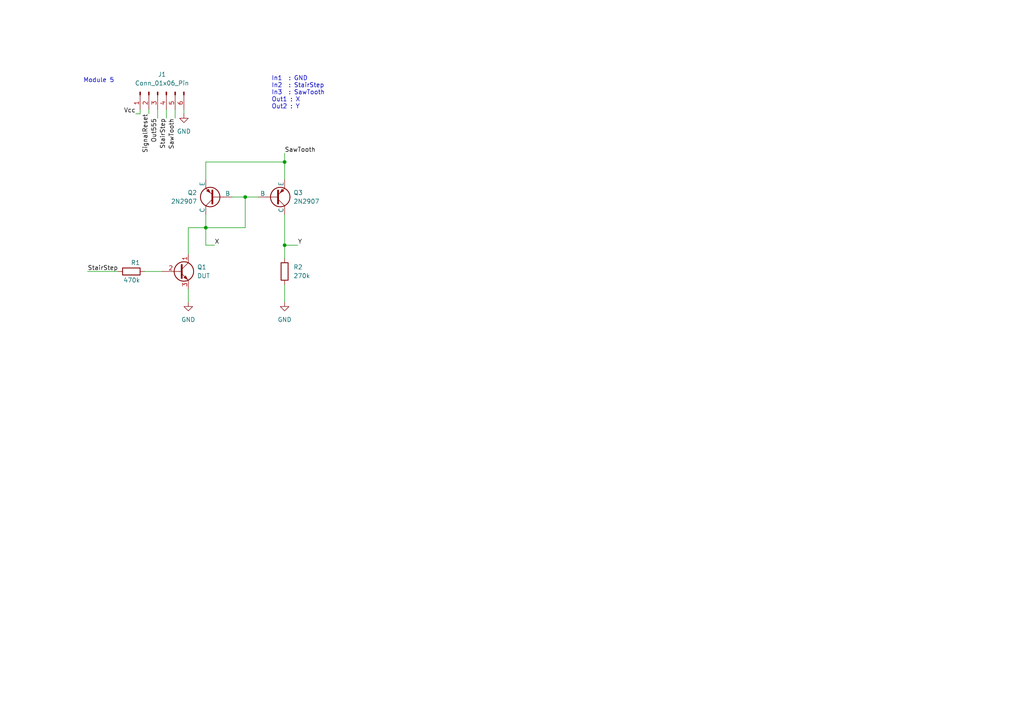
<source format=kicad_sch>
(kicad_sch (version 20230121) (generator eeschema)
  (paper "A4")
  (lib_symbols
    (symbol "Connector:Conn_01x06_Pin" (pin_names (offset 1.016) hide)
      (property "Reference" "J" (at 0 7.62 0))
      (property "Value" "Conn_01x06_Pin" (at 0 -10.16 0))
      (symbol "Conn_01x06_Pin_1_1"
        (polyline (pts (xy 1.27 -7.62) (xy 0.8636 -7.62)) (stroke (width 0.1524)))
        (polyline (pts (xy 1.27 -5.08) (xy 0.8636 -5.08)) (stroke (width 0.1524)))
        (polyline (pts (xy 1.27 -2.54) (xy 0.8636 -2.54)) (stroke (width 0.1524)))
        (polyline (pts (xy 1.27 0) (xy 0.8636 0)) (stroke (width 0.1524)))
        (polyline (pts (xy 1.27 2.54) (xy 0.8636 2.54)) (stroke (width 0.1524)))
        (polyline (pts (xy 1.27 5.08) (xy 0.8636 5.08)) (stroke (width 0.1524)))
        (rectangle (start 0.8636 -7.493) (end 0 -7.747) (stroke (width 0.1524)) (fill (type outline)))
        (rectangle (start 0.8636 -4.953) (end 0 -5.207) (stroke (width 0.1524)) (fill (type outline)))
        (rectangle (start 0.8636 -2.413) (end 0 -2.667) (stroke (width 0.1524)) (fill (type outline)))
        (rectangle (start 0.8636 0.127) (end 0 -0.127) (stroke (width 0.1524)) (fill (type outline)))
        (rectangle (start 0.8636 2.667) (end 0 2.413) (stroke (width 0.1524)) (fill (type outline)))
        (rectangle (start 0.8636 5.207) (end 0 4.953) (stroke (width 0.1524)) (fill (type outline)))
        (pin passive line (at 5.08 5.08 180) (length 3.81) (name "Pin_1") (number "1"))
        (pin passive line (at 5.08 2.54 180) (length 3.81) (name "Pin_2") (number "2"))
        (pin passive line (at 5.08 0 180) (length 3.81) (name "Pin_3") (number "3"))
        (pin passive line (at 5.08 -2.54 180) (length 3.81) (name "Pin_4") (number "4"))
        (pin passive line (at 5.08 -5.08 180) (length 3.81) (name "Pin_5") (number "5"))
        (pin passive line (at 5.08 -7.62 180) (length 3.81) (name "Pin_6") (number "6"))
      )
    )
    (symbol "Device:R" (pin_numbers hide) (pin_names (offset 0))
      (property "Reference" "R" (at 2.032 0 90))
      (property "Value" "R" (at 0 0 90))
      (symbol "R_0_1"
        (rectangle (start -1.016 -2.54) (end 1.016 2.54) (stroke (width 0.254)))
      )
      (symbol "R_1_1"
        (pin passive line (at 0 3.81 270) (length 1.27) (name "~") (number "1"))
        (pin passive line (at 0 -3.81 90) (length 1.27) (name "~") (number "2"))
      )
    )
    (symbol "Simulation_SPICE:PNP" (pin_numbers hide) (pin_names (offset 0))
      (property "Reference" "Q" (at -2.54 7.62 0))
      (property "Value" "PNP" (at -2.54 5.08 0))
      (symbol "PNP_0_1"
        (polyline (pts (xy -2.54 0) (xy 0.635 0)) (stroke (width 0.1524)))
        (polyline (pts (xy 0.635 0.635) (xy 2.54 2.54)))
        (polyline (pts (xy 0.635 -0.635) (xy 2.54 -2.54) (xy 2.54 -2.54)))
        (polyline (pts (xy 0.635 1.905) (xy 0.635 -1.905) (xy 0.635 -1.905)) (stroke (width 0.508)))
        (polyline (pts (xy 2.286 -1.778) (xy 1.778 -2.286) (xy 1.27 -1.27) (xy 2.286 -1.778) (xy 2.286 -1.778)) (fill (type outline)))
        (circle (center 1.27 0) (radius 2.8194) (stroke (width 0.254)))
      )
      (symbol "PNP_1_1"
        (pin open_collector line (at 2.54 5.08 270) (length 2.54) (name "C") (number "1"))
        (pin input line (at -5.08 0 0) (length 2.54) (name "B") (number "2"))
        (pin open_emitter line (at 2.54 -5.08 90) (length 2.54) (name "E") (number "3"))
      )
    )
    (symbol "Transistor_BJT:BC547" (pin_names (offset 0) hide)
      (property "Reference" "Q" (at 5.08 1.905 0))
      (property "Value" "BC547" (at 5.08 0 0))
      (symbol "BC547_0_1"
        (polyline (pts (xy 0 0) (xy 0.635 0)))
        (polyline (pts (xy 0.635 0.635) (xy 2.54 2.54)))
        (polyline (pts (xy 0.635 -0.635) (xy 2.54 -2.54) (xy 2.54 -2.54)))
        (polyline (pts (xy 0.635 1.905) (xy 0.635 -1.905) (xy 0.635 -1.905)) (stroke (width 0.508)))
        (polyline (pts (xy 1.27 -1.778) (xy 1.778 -1.27) (xy 2.286 -2.286) (xy 1.27 -1.778) (xy 1.27 -1.778)) (fill (type outline)))
        (circle (center 1.27 0) (radius 2.8194) (stroke (width 0.254)))
      )
      (symbol "BC547_1_1"
        (pin passive line (at 2.54 5.08 270) (length 2.54) (name "C") (number "1"))
        (pin input line (at -5.08 0 0) (length 5.08) (name "B") (number "2"))
        (pin passive line (at 2.54 -5.08 90) (length 2.54) (name "E") (number "3"))
      )
    )
    (symbol "power:GND" (power) (pin_names (offset 0))
      (property "Value" "GND" (at 0 -3.81 0))
      (symbol "GND_0_1"
        (polyline (pts (xy 0 0) (xy 0 -1.27) (xy 1.27 -1.27) (xy 0 -2.54) (xy -1.27 -1.27) (xy 0 -1.27)))
      )
      (symbol "GND_1_1"
        (pin power_in line (at 0 0 270) (length 0) hide (name "GND") (number "1"))
      )
    )
  )
  (junction (at 71.12 57.15))
  (junction (at 82.55 46.99))
  (junction (at 59.69 66.04))
  (junction (at 82.55 71.12))
  (wire (pts (xy 82.55 71.12) (xy 86.36 71.12)))
  (wire (pts (xy 82.55 62.23) (xy 82.55 71.12)))
  (wire (pts (xy 82.55 71.12) (xy 82.55 74.93)))
  (wire (pts (xy 59.69 62.23) (xy 59.69 66.04)))
  (wire (pts (xy 62.23 71.12) (xy 59.69 71.12)))
  (wire (pts (xy 59.69 52.07) (xy 59.69 46.99)))
  (wire (pts (xy 59.69 66.04) (xy 71.12 66.04)))
  (wire (pts (xy 43.18 31.75) (xy 43.18 33.02)))
  (wire (pts (xy 40.64 33.02) (xy 39.37 33.02)))
  (wire (pts (xy 40.64 31.75) (xy 40.64 33.02)))
  (wire (pts (xy 25.4 78.74) (xy 34.29 78.74)))
  (wire (pts (xy 74.93 57.15) (xy 71.12 57.15)))
  (wire (pts (xy 59.69 46.99) (xy 82.55 46.99)))
  (wire (pts (xy 82.55 46.99) (xy 82.55 52.07)))
  (wire (pts (xy 41.91 78.74) (xy 46.99 78.74)))
  (wire (pts (xy 54.61 73.66) (xy 54.61 66.04)))
  (wire (pts (xy 53.34 31.75) (xy 53.34 33.02)))
  (wire (pts (xy 82.55 44.45) (xy 82.55 46.99)))
  (wire (pts (xy 54.61 66.04) (xy 59.69 66.04)))
  (wire (pts (xy 67.31 57.15) (xy 71.12 57.15)))
  (wire (pts (xy 45.72 31.75) (xy 45.72 34.29)))
  (wire (pts (xy 82.55 82.55) (xy 82.55 87.63)))
  (wire (pts (xy 48.26 31.75) (xy 48.26 34.29)))
  (wire (pts (xy 54.61 83.82) (xy 54.61 87.63)))
  (wire (pts (xy 50.8 31.75) (xy 50.8 34.29)))
  (wire (pts (xy 71.12 57.15) (xy 71.12 66.04)))
  (wire (pts (xy 59.69 66.04) (xy 59.69 71.12)))
  (text "In1  : GND\nIn2  : StairStep\nIn3  : SawTooth\nOut1 : X\nOut2 : Y" (at 78.74 31.75 0) (effects (font (size 1.27 1.27)) (justify left bottom)))
  (text "Module 5" (at 24.13 24.13 0) (effects (font (size 1.27 1.27)) (justify left bottom)))
  (label "Out555" (at 45.72 34.29 270))
  (label "StairStep" (at 25.4 78.74 0))
  (label "Y" (at 86.36 71.12 0))
  (label "SawTooth" (at 82.55 44.45 0))
  (label "SawTooth" (at 50.8 34.29 270))
  (label "SignalReset" (at 43.18 33.02 270))
  (label "Vcc" (at 39.37 33.02 180))
  (label "X" (at 62.23 71.12 0))
  (label "StairStep" (at 48.26 34.29 270))
  (symbol (lib_id "power:GND") (at 54.61 87.63 0) (unit 1)
    (property "Reference" "#PWR02" (effects hide))
    (property "Value" "GND" (at 54.61 92.71 0))
  )
  (symbol (lib_id "Simulation_SPICE:PNP") (at 62.23 57.15 180) (unit 1)
    (property "Reference" "Q2" (at 57.15 55.88 0) (effects (justify left)))
    (property "Value" "2N2907" (at 57.15 58.42 0) (effects (justify left)))
    (property "Footprint" "Package_TO_SOT_THT:TO-92_Inline" (effects hide))
    (property "Sim.Device" "PNP" (effects hide))
    (property "Sim.Type" "GUMMELPOON" (effects hide))
    (property "Sim.Pins" "1=C 2=B 3=E" (effects hide))
  )
  (symbol (lib_id "Connector:Conn_01x06_Pin") (at 45.72 26.67 90) (mirror x) (unit 1)
    (property "Reference" "J1" (at 46.99 21.59 90))
    (property "Value" "Conn_01x06_Pin" (at 46.99 24.13 90))
    (property "Footprint" "Connector_PinHeader_2.54mm:PinHeader_1x06_P2.54mm_Horizontal" (effects hide))
  )
  (symbol (lib_id "Transistor_BJT:BC547") (at 52.07 78.74 0) (unit 1)
    (property "Reference" "Q1" (at 57.15 77.47 0) (effects (justify left)))
    (property "Value" "DUT" (at 57.15 80.01 0) (effects (justify left)))
    (property "Footprint" "Package_TO_SOT_THT:TO-92_Inline" (effects hide))
    (property "Datasheet" "https://www.onsemi.com/pub/Collateral/BC550-D.pdf" (effects hide))
  )
  (symbol (lib_id "power:GND") (at 82.55 87.63 0) (unit 1)
    (property "Reference" "#PWR03" (effects hide))
    (property "Value" "GND" (at 82.55 92.71 0))
  )
  (symbol (lib_id "Simulation_SPICE:PNP") (at 80.01 57.15 0) (mirror x) (unit 1)
    (property "Reference" "Q3" (at 85.09 55.88 0) (effects (justify left)))
    (property "Value" "2N2907" (at 85.09 58.42 0) (effects (justify left)))
    (property "Footprint" "Package_TO_SOT_THT:TO-92_Inline" (effects hide))
    (property "Sim.Device" "PNP" (effects hide))
    (property "Sim.Type" "GUMMELPOON" (effects hide))
    (property "Sim.Pins" "1=C 2=B 3=E" (effects hide))
  )
  (symbol (lib_id "power:GND") (at 53.34 33.02 0) (unit 1)
    (property "Reference" "#PWR01" (effects hide))
    (property "Value" "GND" (at 53.34 38.1 0))
  )
  (symbol (lib_id "Device:R") (at 38.1 78.74 90) (unit 1)
    (property "Reference" "R1" (at 40.64 76.2 90) (effects (justify left)))
    (property "Value" "470k" (at 40.64 81.28 90) (effects (justify left)))
    (property "Footprint" "Resistor_THT:R_Axial_DIN0411_L9.9mm_D3.6mm_P15.24mm_Horizontal" (effects hide))
  )
  (symbol (lib_id "Device:R") (at 82.55 78.74 0) (unit 1)
    (property "Reference" "R2" (at 85.09 77.47 0) (effects (justify left)))
    (property "Value" "270k" (at 85.09 80.01 0) (effects (justify left)))
    (property "Footprint" "Resistor_THT:R_Axial_DIN0411_L9.9mm_D3.6mm_P15.24mm_Horizontal" (effects hide))
  )
)
</source>
